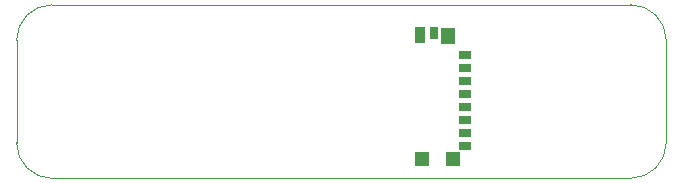
<source format=gbp>
G04 #@! TF.GenerationSoftware,KiCad,Pcbnew,(6.0.0)*
G04 #@! TF.CreationDate,2022-02-03T13:29:45+01:00*
G04 #@! TF.ProjectId,MinCab,4d696e43-6162-42e6-9b69-6361645f7063,rev?*
G04 #@! TF.SameCoordinates,Original*
G04 #@! TF.FileFunction,Paste,Bot*
G04 #@! TF.FilePolarity,Positive*
%FSLAX46Y46*%
G04 Gerber Fmt 4.6, Leading zero omitted, Abs format (unit mm)*
G04 Created by KiCad (PCBNEW (6.0.0)) date 2022-02-03 13:29:45*
%MOMM*%
%LPD*%
G01*
G04 APERTURE LIST*
G04 #@! TA.AperFunction,Profile*
%ADD10C,0.050000*%
G04 #@! TD*
%ADD11R,1.200000X1.150000*%
%ADD12R,1.200000X1.450000*%
%ADD13R,0.700000X1.000000*%
%ADD14R,0.900000X1.400000*%
%ADD15R,1.000000X0.700000*%
G04 APERTURE END LIST*
D10*
X117300000Y-91200000D02*
G75*
G03*
X120300000Y-94200000I3000001J1D01*
G01*
X172300000Y-82500000D02*
X172300000Y-91200000D01*
X169300000Y-94200000D02*
X120300000Y-94200000D01*
X172300000Y-82500000D02*
G75*
G03*
X169300000Y-79500000I-3000001J-1D01*
G01*
X169300000Y-94200000D02*
G75*
G03*
X172300000Y-91200000I-1J3000001D01*
G01*
X120300000Y-79500000D02*
X169300000Y-79500000D01*
X120300000Y-79500000D02*
G75*
G03*
X117300000Y-82500000I1J-3000001D01*
G01*
X117300000Y-82500000D02*
X117300000Y-91200000D01*
D11*
X154240000Y-92525000D03*
X151650000Y-92525000D03*
D12*
X153800000Y-82125000D03*
D13*
X152650000Y-81900000D03*
D14*
X151500000Y-82100000D03*
D15*
X155290000Y-83750000D03*
X155290000Y-84850000D03*
X155290000Y-85950000D03*
X155290000Y-87050000D03*
X155290000Y-88150000D03*
X155290000Y-89250000D03*
X155290000Y-90350000D03*
X155290000Y-91450000D03*
M02*

</source>
